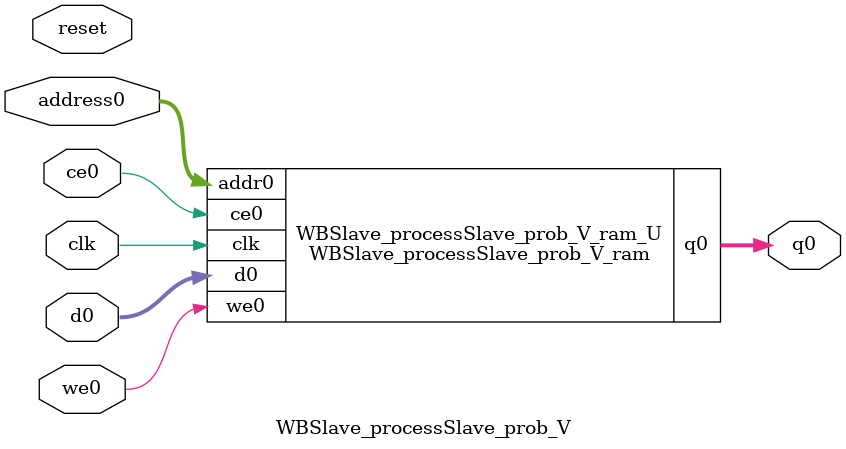
<source format=v>

`timescale 1 ns / 1 ps
module WBSlave_processSlave_prob_V_ram (addr0, ce0, d0, we0, q0,  clk);

parameter DWIDTH = 21;
parameter AWIDTH = 8;
parameter MEM_SIZE = 256;

input[AWIDTH-1:0] addr0;
input ce0;
input[DWIDTH-1:0] d0;
input we0;
output reg[DWIDTH-1:0] q0;
input clk;

(* ram_style = "block" *)reg [DWIDTH-1:0] ram[MEM_SIZE-1:0];




always @(posedge clk)  
begin 
    if (ce0) 
    begin
        if (we0) 
        begin 
            ram[addr0] <= d0; 
            q0 <= d0;
        end 
        else 
            q0 <= ram[addr0];
    end
end


endmodule


`timescale 1 ns / 1 ps
module WBSlave_processSlave_prob_V(
    reset,
    clk,
    address0,
    ce0,
    we0,
    d0,
    q0);

parameter DataWidth = 32'd21;
parameter AddressRange = 32'd256;
parameter AddressWidth = 32'd8;
input reset;
input clk;
input[AddressWidth - 1:0] address0;
input ce0;
input we0;
input[DataWidth - 1:0] d0;
output[DataWidth - 1:0] q0;



WBSlave_processSlave_prob_V_ram WBSlave_processSlave_prob_V_ram_U(
    .clk( clk ),
    .addr0( address0 ),
    .ce0( ce0 ),
    .d0( d0 ),
    .we0( we0 ),
    .q0( q0 ));

endmodule


</source>
